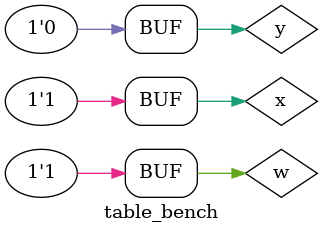
<source format=v>
`timescale 1ns / 1ps

module table_bench;
    reg w;
    reg x;
    reg y;
    wire z;

    tables uut(.w(w), .x(x), .y(y), .z(z));

    initial begin
        w = 0;
        x = 0;
        y = 0;

        #110;
        #20 w = 1;
        #20 y = 1;
        #20 x = 1;
        #20 y = 0;
        #20;
    end

    initial begin
        $monitor("%d, %d, %d, %d \n", w, x, y, z);
        $display("TESTING TABLES");
    end

endmodule


</source>
